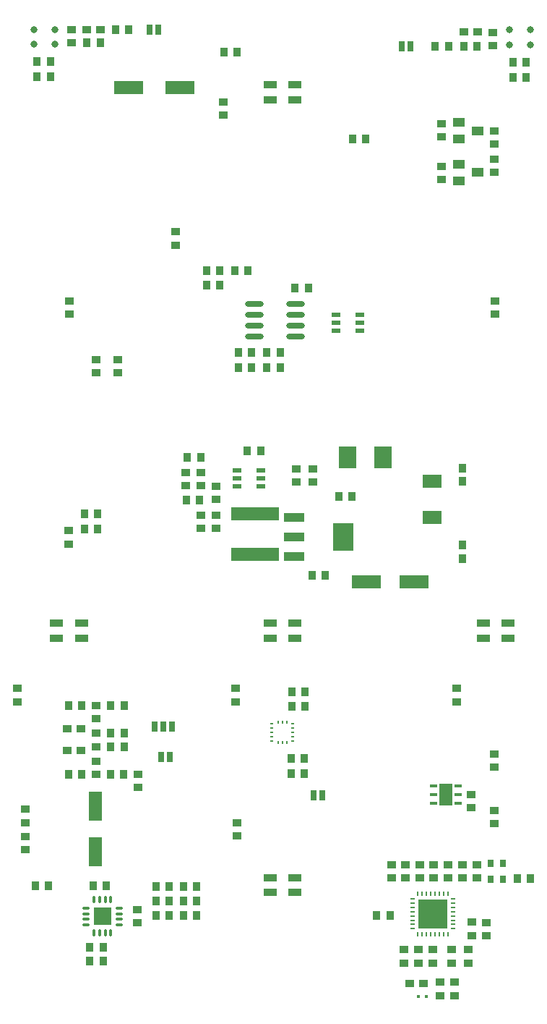
<source format=gtp>
G04*
G04 #@! TF.GenerationSoftware,Altium Limited,Altium Designer,19.1.7 (138)*
G04*
G04 Layer_Color=8421504*
%FSLAX44Y44*%
%MOMM*%
G71*
G01*
G75*
%ADD19R,0.2500X0.3500*%
%ADD20R,0.3500X0.2500*%
%ADD21R,0.9500X1.0000*%
%ADD22R,2.4000X1.0000*%
%ADD23R,2.4000X3.3000*%
%ADD24R,1.0000X0.9500*%
%ADD25O,0.9000X0.3000*%
%ADD26O,0.3000X0.9000*%
%ADD27R,2.1300X2.1300*%
%ADD28R,0.6350X1.2700*%
%ADD29C,0.8000*%
%ADD30R,1.0000X0.9500*%
%ADD31R,0.8500X0.4500*%
%ADD32R,1.6000X2.5000*%
%ADD33R,1.6000X3.5000*%
%ADD34R,0.8000X0.9000*%
%ADD35R,3.4500X3.4500*%
%ADD36O,0.2500X0.5500*%
%ADD37O,0.5500X0.2500*%
%ADD38R,0.3250X0.4000*%
%ADD39R,3.5000X1.6000*%
%ADD40R,3.5000X1.6000*%
%ADD41R,2.1800X1.6200*%
%ADD42R,2.0000X2.5000*%
%ADD43R,0.9500X1.0000*%
%ADD44R,5.7000X1.6000*%
%ADD45R,1.6000X0.8500*%
%ADD46O,2.2000X0.6000*%
%ADD47R,1.1000X0.6000*%
%ADD48R,1.4000X1.0000*%
%ADD49R,1.0000X0.6000*%
D19*
X351000Y337000D02*
D03*
X356000D02*
D03*
X361000D02*
D03*
Y312500D02*
D03*
X356000D02*
D03*
X351000D02*
D03*
D20*
X368250Y334750D02*
D03*
Y329750D02*
D03*
Y324750D02*
D03*
Y319750D02*
D03*
Y314750D02*
D03*
X343750D02*
D03*
Y319750D02*
D03*
Y324750D02*
D03*
Y329750D02*
D03*
Y334750D02*
D03*
D21*
X160750Y1146750D02*
D03*
X176250D02*
D03*
X149750Y145000D02*
D03*
X134250D02*
D03*
X82000D02*
D03*
X66500D02*
D03*
X130500Y57000D02*
D03*
X146000D02*
D03*
Y73500D02*
D03*
X130500D02*
D03*
X223515Y110189D02*
D03*
X208015D02*
D03*
X223265Y144621D02*
D03*
X207765D02*
D03*
X223265Y127371D02*
D03*
X207765D02*
D03*
X255765Y144621D02*
D03*
X240265D02*
D03*
X255765Y127371D02*
D03*
X240265D02*
D03*
X255765Y110189D02*
D03*
X240265D02*
D03*
X584250Y1127550D02*
D03*
X568750D02*
D03*
X641750Y1090800D02*
D03*
X626250D02*
D03*
X626353Y1108495D02*
D03*
X641853D02*
D03*
X550750Y1127550D02*
D03*
X535250D02*
D03*
X366979Y355389D02*
D03*
X382479D02*
D03*
X366979Y371889D02*
D03*
X382479D02*
D03*
X366229Y294389D02*
D03*
X381729D02*
D03*
X170500Y356000D02*
D03*
X155000D02*
D03*
X170000Y275500D02*
D03*
X154500D02*
D03*
X366229Y276750D02*
D03*
X381729D02*
D03*
X155000Y324250D02*
D03*
X170500D02*
D03*
X155000Y308000D02*
D03*
X170500D02*
D03*
X105500Y356250D02*
D03*
X121000D02*
D03*
Y275500D02*
D03*
X105500D02*
D03*
X646611Y153602D02*
D03*
X631111D02*
D03*
X466750Y110250D02*
D03*
X482250D02*
D03*
X127000Y1131250D02*
D03*
X142500D02*
D03*
X68750Y1110000D02*
D03*
X84250D02*
D03*
Y1092250D02*
D03*
X68750D02*
D03*
X386500Y844250D02*
D03*
X371000D02*
D03*
X438000Y1018750D02*
D03*
X453500D02*
D03*
X437500Y600750D02*
D03*
X422000D02*
D03*
X390750Y508250D02*
D03*
X406250D02*
D03*
X304750Y769250D02*
D03*
X320250D02*
D03*
X353500Y769250D02*
D03*
X338000D02*
D03*
X267460Y848020D02*
D03*
X282960D02*
D03*
X287500Y1120750D02*
D03*
X303000D02*
D03*
X124000Y562750D02*
D03*
X139500D02*
D03*
Y580500D02*
D03*
X124000D02*
D03*
X320250Y751500D02*
D03*
X304750D02*
D03*
X338000Y751500D02*
D03*
X353500D02*
D03*
X315710Y865270D02*
D03*
X300210D02*
D03*
X282710D02*
D03*
X267210D02*
D03*
X330500Y654000D02*
D03*
X315000D02*
D03*
X243500Y596250D02*
D03*
X259000D02*
D03*
X244750Y646750D02*
D03*
X260250D02*
D03*
D22*
X369750Y576250D02*
D03*
Y553250D02*
D03*
Y530250D02*
D03*
D23*
X427750Y553250D02*
D03*
D24*
X186500Y117250D02*
D03*
Y101750D02*
D03*
X602750Y1128050D02*
D03*
Y1143550D02*
D03*
X516861Y170102D02*
D03*
Y154602D02*
D03*
X533611Y170102D02*
D03*
Y154602D02*
D03*
X550361Y170102D02*
D03*
Y154602D02*
D03*
X557600Y32347D02*
D03*
Y16847D02*
D03*
X54500Y234750D02*
D03*
Y219250D02*
D03*
X187000Y275500D02*
D03*
Y260000D02*
D03*
X137900Y761000D02*
D03*
Y745500D02*
D03*
X594751Y86999D02*
D03*
Y102499D02*
D03*
X578267Y87096D02*
D03*
Y102596D02*
D03*
X54500Y202750D02*
D03*
Y187250D02*
D03*
X541020Y16847D02*
D03*
Y32347D02*
D03*
X554811Y70352D02*
D03*
Y54852D02*
D03*
X574111D02*
D03*
Y70352D02*
D03*
X137750Y340750D02*
D03*
Y356250D02*
D03*
Y275500D02*
D03*
Y291000D02*
D03*
X483861Y170102D02*
D03*
Y154602D02*
D03*
X500361Y170102D02*
D03*
Y154602D02*
D03*
X163300Y760861D02*
D03*
Y745361D02*
D03*
X577263Y236500D02*
D03*
Y252000D02*
D03*
X137750Y308250D02*
D03*
Y323750D02*
D03*
X567361Y170102D02*
D03*
Y154602D02*
D03*
X584111Y170102D02*
D03*
Y154602D02*
D03*
X498551Y70352D02*
D03*
Y54852D02*
D03*
X515301D02*
D03*
Y70352D02*
D03*
X531971D02*
D03*
Y54852D02*
D03*
X109250Y1131500D02*
D03*
Y1147000D02*
D03*
X286500Y1062500D02*
D03*
Y1047000D02*
D03*
X45500Y376000D02*
D03*
Y360500D02*
D03*
X301250Y376000D02*
D03*
Y360500D02*
D03*
X560000Y376000D02*
D03*
Y360500D02*
D03*
X105250Y560750D02*
D03*
Y545250D02*
D03*
X231250Y910250D02*
D03*
Y894750D02*
D03*
X302750Y203750D02*
D03*
Y219250D02*
D03*
X278250Y612500D02*
D03*
Y597000D02*
D03*
X372100Y633250D02*
D03*
Y617750D02*
D03*
X392000Y633250D02*
D03*
Y617750D02*
D03*
X260750Y579000D02*
D03*
Y563500D02*
D03*
X278430Y579010D02*
D03*
Y563510D02*
D03*
X242750Y628750D02*
D03*
Y613250D02*
D03*
X542500Y1021500D02*
D03*
Y1037000D02*
D03*
X605500Y813750D02*
D03*
Y829250D02*
D03*
X106250Y813750D02*
D03*
Y829250D02*
D03*
X604000Y1028750D02*
D03*
Y1013250D02*
D03*
X542500Y971500D02*
D03*
Y987000D02*
D03*
X604500Y979750D02*
D03*
Y995250D02*
D03*
X604500Y217750D02*
D03*
Y233250D02*
D03*
X604500Y299750D02*
D03*
Y284250D02*
D03*
X260750Y628750D02*
D03*
Y613250D02*
D03*
D25*
X164750Y99591D02*
D03*
Y106091D02*
D03*
Y112591D02*
D03*
Y119091D02*
D03*
X125750D02*
D03*
Y112591D02*
D03*
Y106091D02*
D03*
Y99591D02*
D03*
D26*
X155000Y128841D02*
D03*
X148500D02*
D03*
X142000D02*
D03*
X135500D02*
D03*
Y89841D02*
D03*
X142000D02*
D03*
X148500D02*
D03*
X155000D02*
D03*
D27*
X145250Y109341D02*
D03*
D28*
X226910Y331500D02*
D03*
X216750D02*
D03*
X206590D02*
D03*
X506500Y1127250D02*
D03*
X496340D02*
D03*
X210250Y1146970D02*
D03*
X200090D02*
D03*
X224160Y295591D02*
D03*
X214000D02*
D03*
X402910Y251500D02*
D03*
X392750D02*
D03*
D29*
X622200Y1146500D02*
D03*
X646800D02*
D03*
Y1129500D02*
D03*
X622200D02*
D03*
X89800Y1146750D02*
D03*
X65200D02*
D03*
Y1129750D02*
D03*
X89800D02*
D03*
D30*
X568500Y1144050D02*
D03*
X584500D02*
D03*
X103750Y329000D02*
D03*
X119750D02*
D03*
X103750Y303600D02*
D03*
X119750D02*
D03*
X143000Y1147000D02*
D03*
X127000D02*
D03*
X505111Y31079D02*
D03*
X521111D02*
D03*
D31*
X533013Y262000D02*
D03*
Y252000D02*
D03*
Y242000D02*
D03*
X562013Y262000D02*
D03*
Y252000D02*
D03*
Y242000D02*
D03*
D32*
X547513Y252000D02*
D03*
D33*
X137000Y184750D02*
D03*
Y238750D02*
D03*
D34*
X600361Y152852D02*
D03*
X614861D02*
D03*
X600361Y171352D02*
D03*
X614861D02*
D03*
D35*
X532250Y112500D02*
D03*
D36*
X549750Y88750D02*
D03*
X544750D02*
D03*
X539750D02*
D03*
X534750D02*
D03*
X529750D02*
D03*
X524750D02*
D03*
X519750D02*
D03*
X514750D02*
D03*
Y136250D02*
D03*
X519750D02*
D03*
X524750D02*
D03*
X529750D02*
D03*
X534750D02*
D03*
X539750D02*
D03*
X544750D02*
D03*
X549750D02*
D03*
D37*
X508500Y95000D02*
D03*
Y100000D02*
D03*
Y105000D02*
D03*
Y110000D02*
D03*
Y115000D02*
D03*
Y120000D02*
D03*
Y125000D02*
D03*
Y130000D02*
D03*
X556000D02*
D03*
Y125000D02*
D03*
Y120000D02*
D03*
Y115000D02*
D03*
Y110000D02*
D03*
Y105000D02*
D03*
Y100000D02*
D03*
Y95000D02*
D03*
D38*
X515736Y15829D02*
D03*
X524486D02*
D03*
D39*
X510750Y500500D02*
D03*
X454750D02*
D03*
D40*
X236250Y1079000D02*
D03*
X176250D02*
D03*
D41*
X531500Y576000D02*
D03*
Y618200D02*
D03*
D42*
X432200Y646450D02*
D03*
X474200D02*
D03*
D43*
X567000Y618200D02*
D03*
Y634200D02*
D03*
Y527892D02*
D03*
Y543892D02*
D03*
D44*
X323750Y533250D02*
D03*
Y580250D02*
D03*
D45*
X341500Y1082250D02*
D03*
Y1064750D02*
D03*
X370500Y1082250D02*
D03*
Y1064750D02*
D03*
X91600Y452250D02*
D03*
Y434750D02*
D03*
X120600Y452250D02*
D03*
Y434750D02*
D03*
X341500Y452250D02*
D03*
Y434750D02*
D03*
X370500Y452250D02*
D03*
Y434750D02*
D03*
X591500Y452250D02*
D03*
Y434750D02*
D03*
X620500Y452250D02*
D03*
Y434750D02*
D03*
X341500Y154750D02*
D03*
Y137250D02*
D03*
X370500Y154750D02*
D03*
Y137250D02*
D03*
D46*
X371260Y787640D02*
D03*
Y800340D02*
D03*
Y813040D02*
D03*
Y825740D02*
D03*
X323260Y787640D02*
D03*
Y800340D02*
D03*
Y813040D02*
D03*
Y825740D02*
D03*
D47*
X447250Y813500D02*
D03*
Y804000D02*
D03*
Y794500D02*
D03*
X419250D02*
D03*
Y804000D02*
D03*
Y813500D02*
D03*
D48*
X563000Y1038250D02*
D03*
Y1019250D02*
D03*
X585000Y1028750D02*
D03*
X563000Y989250D02*
D03*
Y970250D02*
D03*
X585000Y979750D02*
D03*
D49*
X303200Y612650D02*
D03*
Y622150D02*
D03*
Y631650D02*
D03*
X330700D02*
D03*
Y622150D02*
D03*
Y612650D02*
D03*
M02*

</source>
